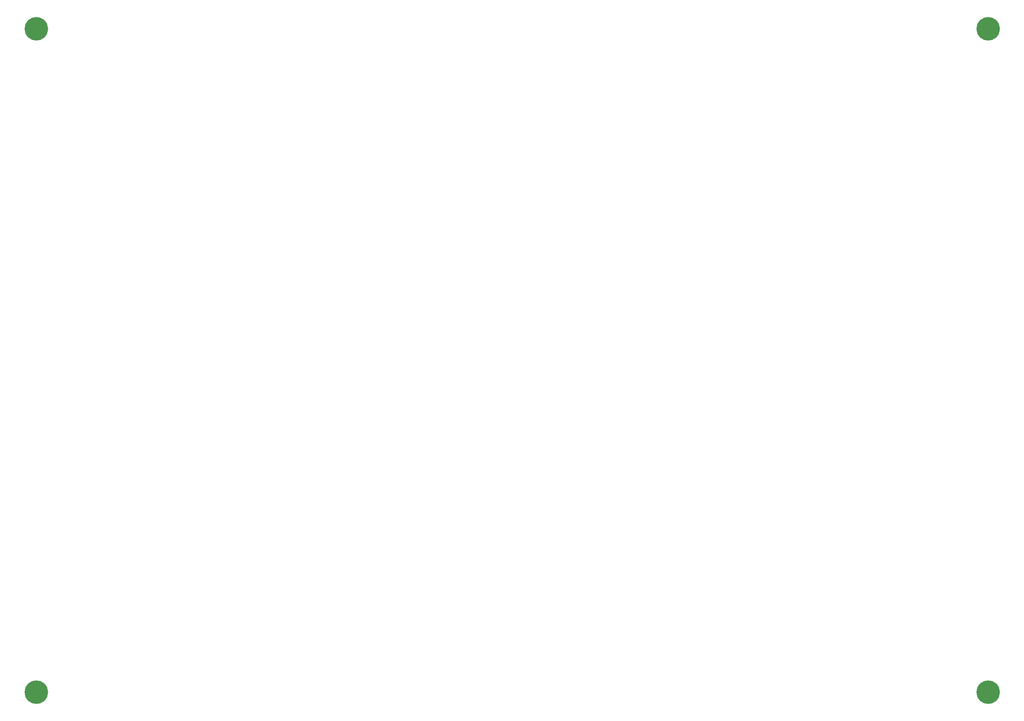
<source format=gbr>
G04 GENERATED BY PULSONIX 7.0 GERBER.DLL 4573*
%INHILLSTAR_140X90_EL_V1_0*%
%LNGERBER_SOLDERMASK_TOP*%
%FSLAX33Y33*%
%IPPOS*%
%LPD*%
%OFA0B0*%
%MOMM*%
%ADD2890C,4.000*%
X0Y0D02*
D02*
D2890*
X50416Y70012D03*
Y183012D03*
X212416Y70012D03*
Y183012D03*
X0Y0D02*
M02*

</source>
